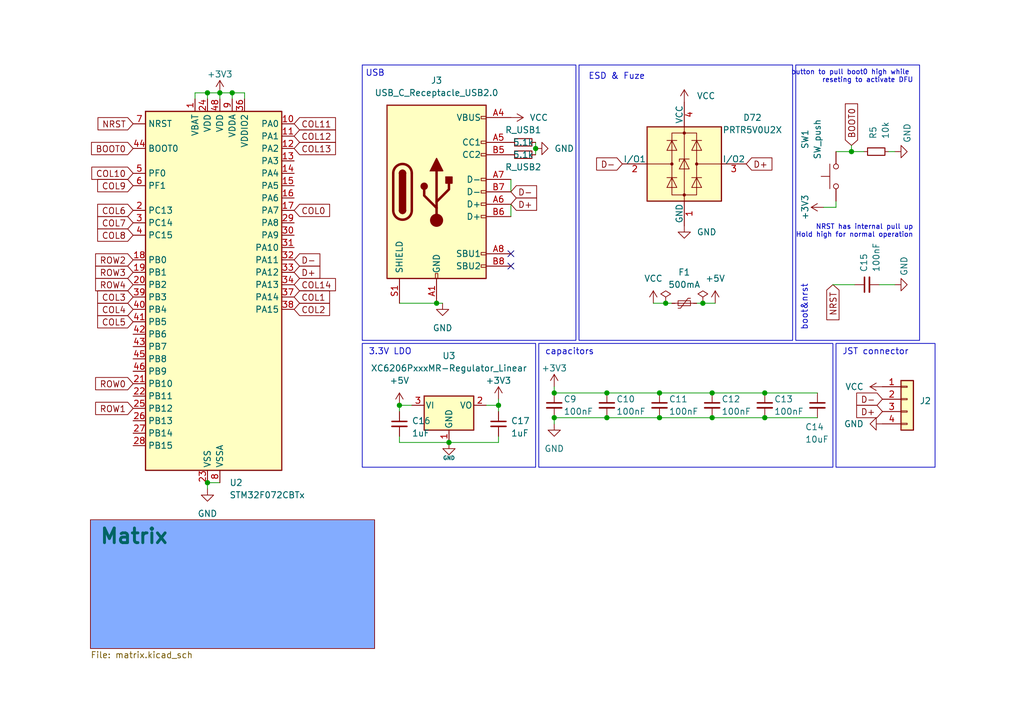
<source format=kicad_sch>
(kicad_sch (version 20230121) (generator eeschema)
  (paper "A5")
  (lib_symbols
    (symbol "ComboDiode:Polyfuse_Small" (pin_numbers hide) (pin_names (offset 0))
      (property "Reference" "F" (at -1.905 0 90))
      (property "Value" "Polyfuse_Small" (at 1.905 0 90))
      (symbol "Polyfuse_Small_0_1"
        (rectangle (start -0.508 1.27) (end 0.508 -1.27))
        (polyline (pts (xy 0 2.54) (xy 0 -2.54)))
        (polyline (pts (xy -1.016 1.27) (xy -1.016 0.762) (xy 1.016 -0.762) (xy 1.016 -1.27)))
      )
      (symbol "Polyfuse_Small_1_1"
        (pin passive line (at 0 2.54 270) (length 0.635) (name "~") (number "1"))
        (pin passive line (at 0 -2.54 90) (length 0.635) (name "~") (number "2"))
      )
    )
    (symbol "Connector:USB_C_Receptacle_USB2.0" (pin_names (offset 1.016))
      (property "Reference" "J" (at -10.16 19.05 0))
      (property "Value" "USB_C_Receptacle_USB2.0" (at 19.05 19.05 0))
      (symbol "USB_C_Receptacle_USB2.0_0_0"
        (rectangle (start -0.254 -17.78) (end 0.254 -16.764))
        (rectangle (start 10.16 -14.986) (end 9.144 -15.494))
        (rectangle (start 10.16 -12.446) (end 9.144 -12.954))
        (rectangle (start 10.16 -4.826) (end 9.144 -5.334))
        (rectangle (start 10.16 -2.286) (end 9.144 -2.794))
        (rectangle (start 10.16 0.254) (end 9.144 -0.254))
        (rectangle (start 10.16 2.794) (end 9.144 2.286))
        (rectangle (start 10.16 7.874) (end 9.144 7.366))
        (rectangle (start 10.16 10.414) (end 9.144 9.906))
        (rectangle (start 10.16 15.494) (end 9.144 14.986))
      )
      (symbol "USB_C_Receptacle_USB2.0_0_1"
        (rectangle (start -10.16 17.78) (end 10.16 -17.78) (stroke (width 0.254)) (fill (type background)))
        (arc (start -8.89 -3.81) (mid -6.985 -5.7067) (end -5.08 -3.81) (stroke (width 0.508)))
        (arc (start -7.62 -3.81) (mid -6.985 -4.4423) (end -6.35 -3.81) (stroke (width 0.254)))
        (arc (start -7.62 -3.81) (mid -6.985 -4.4423) (end -6.35 -3.81) (stroke (width 0.254)) (fill (type outline)))
        (rectangle (start -7.62 -3.81) (end -6.35 3.81) (stroke (width 0.254)) (fill (type outline)))
        (arc (start -6.35 3.81) (mid -6.985 4.4423) (end -7.62 3.81) (stroke (width 0.254)))
        (arc (start -6.35 3.81) (mid -6.985 4.4423) (end -7.62 3.81) (stroke (width 0.254)) (fill (type outline)))
        (arc (start -5.08 3.81) (mid -6.985 5.7067) (end -8.89 3.81) (stroke (width 0.508)))
        (circle (center -2.54 1.143) (radius 0.635) (stroke (width 0.254)) (fill (type outline)))
        (circle (center 0 -5.842) (radius 1.27) (fill (type outline)))
        (polyline (pts (xy -8.89 -3.81) (xy -8.89 3.81)) (stroke (width 0.508)))
        (polyline (pts (xy -5.08 3.81) (xy -5.08 -3.81)) (stroke (width 0.508)))
        (polyline (pts (xy 0 -5.842) (xy 0 4.318)) (stroke (width 0.508)))
        (polyline (pts (xy 0 -3.302) (xy -2.54 -0.762) (xy -2.54 0.508)) (stroke (width 0.508)))
        (polyline (pts (xy 0 -2.032) (xy 2.54 0.508) (xy 2.54 1.778)) (stroke (width 0.508)))
        (polyline (pts (xy -1.27 4.318) (xy 0 6.858) (xy 1.27 4.318) (xy -1.27 4.318)) (stroke (width 0.254)) (fill (type outline)))
        (rectangle (start 1.905 1.778) (end 3.175 3.048) (stroke (width 0.254)) (fill (type outline)))
      )
      (symbol "USB_C_Receptacle_USB2.0_1_1"
        (pin passive line (at 0 -22.86 90) (length 5.08) (name "GND") (number "A1"))
        (pin passive line (at 0 -22.86 90) (length 5.08) hide (name "GND") (number "A12"))
        (pin passive line (at 15.24 15.24 180) (length 5.08) (name "VBUS") (number "A4"))
        (pin bidirectional line (at 15.24 10.16 180) (length 5.08) (name "CC1") (number "A5"))
        (pin bidirectional line (at 15.24 -2.54 180) (length 5.08) (name "D+") (number "A6"))
        (pin bidirectional line (at 15.24 2.54 180) (length 5.08) (name "D-") (number "A7"))
        (pin bidirectional line (at 15.24 -12.7 180) (length 5.08) (name "SBU1") (number "A8"))
        (pin passive line (at 15.24 15.24 180) (length 5.08) hide (name "VBUS") (number "A9"))
        (pin passive line (at 0 -22.86 90) (length 5.08) hide (name "GND") (number "B1"))
        (pin passive line (at 0 -22.86 90) (length 5.08) hide (name "GND") (number "B12"))
        (pin passive line (at 15.24 15.24 180) (length 5.08) hide (name "VBUS") (number "B4"))
        (pin bidirectional line (at 15.24 7.62 180) (length 5.08) (name "CC2") (number "B5"))
        (pin bidirectional line (at 15.24 -5.08 180) (length 5.08) (name "D+") (number "B6"))
        (pin bidirectional line (at 15.24 0 180) (length 5.08) (name "D-") (number "B7"))
        (pin bidirectional line (at 15.24 -15.24 180) (length 5.08) (name "SBU2") (number "B8"))
        (pin passive line (at 15.24 15.24 180) (length 5.08) hide (name "VBUS") (number "B9"))
        (pin passive line (at -7.62 -22.86 90) (length 5.08) (name "SHIELD") (number "S1"))
      )
    )
    (symbol "Connector_Generic:Conn_01x04" (pin_names (offset 1.016) hide)
      (property "Reference" "J" (at 0 5.08 0))
      (property "Value" "Conn_01x04" (at 0 -7.62 0))
      (symbol "Conn_01x04_1_1"
        (rectangle (start -1.27 -4.953) (end 0 -5.207) (stroke (width 0.1524)))
        (rectangle (start -1.27 -2.413) (end 0 -2.667) (stroke (width 0.1524)))
        (rectangle (start -1.27 0.127) (end 0 -0.127) (stroke (width 0.1524)))
        (rectangle (start -1.27 2.667) (end 0 2.413) (stroke (width 0.1524)))
        (rectangle (start -1.27 3.81) (end 1.27 -6.35) (stroke (width 0.254)) (fill (type background)))
        (pin passive line (at -5.08 2.54 0) (length 3.81) (name "Pin_1") (number "1"))
        (pin passive line (at -5.08 0 0) (length 3.81) (name "Pin_2") (number "2"))
        (pin passive line (at -5.08 -2.54 0) (length 3.81) (name "Pin_3") (number "3"))
        (pin passive line (at -5.08 -5.08 0) (length 3.81) (name "Pin_4") (number "4"))
      )
    )
    (symbol "Device:C_Small" (pin_numbers hide) (pin_names (offset 0.254) hide)
      (property "Reference" "C" (at 0.254 1.778 0))
      (property "Value" "C_Small" (at 0.254 -2.032 0))
      (symbol "C_Small_0_1"
        (polyline (pts (xy -1.524 -0.508) (xy 1.524 -0.508)) (stroke (width 0.3302)))
        (polyline (pts (xy -1.524 0.508) (xy 1.524 0.508)) (stroke (width 0.3048)))
      )
      (symbol "C_Small_1_1"
        (pin passive line (at 0 2.54 270) (length 2.032) (name "~") (number "1"))
        (pin passive line (at 0 -2.54 90) (length 2.032) (name "~") (number "2"))
      )
    )
    (symbol "Device:R_Small" (pin_numbers hide) (pin_names (offset 0.254) hide)
      (property "Reference" "R" (at 0.762 0.508 0))
      (property "Value" "R_Small" (at 0.762 -1.016 0))
      (symbol "R_Small_0_1"
        (rectangle (start -0.762 1.778) (end 0.762 -1.778) (stroke (width 0.2032)))
      )
      (symbol "R_Small_1_1"
        (pin passive line (at 0 2.54 270) (length 0.762) (name "~") (number "1"))
        (pin passive line (at 0 -2.54 90) (length 0.762) (name "~") (number "2"))
      )
    )
    (symbol "MCU_ST_STM32F0:STM32F072CBTx"
      (property "Reference" "U" (at -12.7 39.37 0))
      (property "Value" "STM32F072CBTx" (at 10.16 39.37 0))
      (symbol "STM32F072CBTx_0_1"
        (rectangle (start -12.7 -35.56) (end 15.24 38.1) (stroke (width 0.254)) (fill (type background)))
      )
      (symbol "STM32F072CBTx_1_1"
        (pin power_in line (at -2.54 40.64 270) (length 2.54) (name "VBAT") (number "1"))
        (pin bidirectional line (at 17.78 35.56 180) (length 2.54) (name "PA0") (number "10"))
        (pin bidirectional line (at 17.78 33.02 180) (length 2.54) (name "PA1") (number "11"))
        (pin bidirectional line (at 17.78 30.48 180) (length 2.54) (name "PA2") (number "12"))
        (pin bidirectional line (at 17.78 27.94 180) (length 2.54) (name "PA3") (number "13"))
        (pin bidirectional line (at 17.78 25.4 180) (length 2.54) (name "PA4") (number "14"))
        (pin bidirectional line (at 17.78 22.86 180) (length 2.54) (name "PA5") (number "15"))
        (pin bidirectional line (at 17.78 20.32 180) (length 2.54) (name "PA6") (number "16"))
        (pin bidirectional line (at 17.78 17.78 180) (length 2.54) (name "PA7") (number "17"))
        (pin bidirectional line (at -15.24 7.62 0) (length 2.54) (name "PB0") (number "18"))
        (pin bidirectional line (at -15.24 5.08 0) (length 2.54) (name "PB1") (number "19"))
        (pin bidirectional line (at -15.24 17.78 0) (length 2.54) (name "PC13") (number "2"))
        (pin bidirectional line (at -15.24 2.54 0) (length 2.54) (name "PB2") (number "20"))
        (pin bidirectional line (at -15.24 -17.78 0) (length 2.54) (name "PB10") (number "21"))
        (pin bidirectional line (at -15.24 -20.32 0) (length 2.54) (name "PB11") (number "22"))
        (pin power_in line (at 0 -38.1 90) (length 2.54) (name "VSS") (number "23"))
        (pin power_in line (at 0 40.64 270) (length 2.54) (name "VDD") (number "24"))
        (pin bidirectional line (at -15.24 -22.86 0) (length 2.54) (name "PB12") (number "25"))
        (pin bidirectional line (at -15.24 -25.4 0) (length 2.54) (name "PB13") (number "26"))
        (pin bidirectional line (at -15.24 -27.94 0) (length 2.54) (name "PB14") (number "27"))
        (pin bidirectional line (at -15.24 -30.48 0) (length 2.54) (name "PB15") (number "28"))
        (pin bidirectional line (at 17.78 15.24 180) (length 2.54) (name "PA8") (number "29"))
        (pin bidirectional line (at -15.24 15.24 0) (length 2.54) (name "PC14") (number "3"))
        (pin bidirectional line (at 17.78 12.7 180) (length 2.54) (name "PA9") (number "30"))
        (pin bidirectional line (at 17.78 10.16 180) (length 2.54) (name "PA10") (number "31"))
        (pin bidirectional line (at 17.78 7.62 180) (length 2.54) (name "PA11") (number "32"))
        (pin bidirectional line (at 17.78 5.08 180) (length 2.54) (name "PA12") (number "33"))
        (pin bidirectional line (at 17.78 2.54 180) (length 2.54) (name "PA13") (number "34"))
        (pin passive line (at 0 -38.1 90) (length 2.54) hide (name "VSS") (number "35"))
        (pin power_in line (at 7.62 40.64 270) (length 2.54) (name "VDDIO2") (number "36"))
        (pin bidirectional line (at 17.78 0 180) (length 2.54) (name "PA14") (number "37"))
        (pin bidirectional line (at 17.78 -2.54 180) (length 2.54) (name "PA15") (number "38"))
        (pin bidirectional line (at -15.24 0 0) (length 2.54) (name "PB3") (number "39"))
        (pin bidirectional line (at -15.24 12.7 0) (length 2.54) (name "PC15") (number "4"))
        (pin bidirectional line (at -15.24 -2.54 0) (length 2.54) (name "PB4") (number "40"))
        (pin bidirectional line (at -15.24 -5.08 0) (length 2.54) (name "PB5") (number "41"))
        (pin bidirectional line (at -15.24 -7.62 0) (length 2.54) (name "PB6") (number "42"))
        (pin bidirectional line (at -15.24 -10.16 0) (length 2.54) (name "PB7") (number "43"))
        (pin input line (at -15.24 30.48 0) (length 2.54) (name "BOOT0") (number "44"))
        (pin bidirectional line (at -15.24 -12.7 0) (length 2.54) (name "PB8") (number "45"))
        (pin bidirectional line (at -15.24 -15.24 0) (length 2.54) (name "PB9") (number "46"))
        (pin passive line (at 0 -38.1 90) (length 2.54) hide (name "VSS") (number "47"))
        (pin power_in line (at 2.54 40.64 270) (length 2.54) (name "VDD") (number "48"))
        (pin bidirectional line (at -15.24 25.4 0) (length 2.54) (name "PF0") (number "5"))
        (pin bidirectional line (at -15.24 22.86 0) (length 2.54) (name "PF1") (number "6"))
        (pin input line (at -15.24 35.56 0) (length 2.54) (name "NRST") (number "7"))
        (pin power_in line (at 2.54 -38.1 90) (length 2.54) (name "VSSA") (number "8"))
        (pin power_in line (at 5.08 40.64 270) (length 2.54) (name "VDDA") (number "9"))
      )
    )
    (symbol "Power_Protection:PRTR5V0U2X" (pin_names (offset 0))
      (property "Reference" "D" (at 2.794 8.636 0))
      (property "Value" "PRTR5V0U2X" (at 8.128 -9.398 0))
      (symbol "PRTR5V0U2X_0_1"
        (rectangle (start -7.62 -7.62) (end 7.62 7.62) (stroke (width 0.254)) (fill (type background)))
        (circle (center -2.54 0) (radius 0.254) (fill (type outline)))
        (rectangle (start -2.54 6.35) (end 2.54 -6.35))
        (circle (center 0 -6.35) (radius 0.254) (fill (type outline)))
        (polyline (pts (xy -2.54 0) (xy -7.62 0)))
        (polyline (pts (xy -1.524 -2.794) (xy -3.556 -2.794)))
        (polyline (pts (xy -1.524 4.826) (xy -3.556 4.826)))
        (polyline (pts (xy 0 -7.62) (xy 0 7.62)))
        (polyline (pts (xy 1.524 -2.794) (xy 3.556 -2.794)))
        (polyline (pts (xy 1.524 4.826) (xy 3.556 4.826)))
        (polyline (pts (xy 2.54 0) (xy 7.62 0)))
        (polyline (pts (xy 1.016 1.016) (xy -1.016 1.016) (xy -1.016 0.508)))
        (polyline (pts (xy -3.556 -4.826) (xy -1.524 -4.826) (xy -2.54 -2.794) (xy -3.556 -4.826)))
        (polyline (pts (xy -3.556 2.794) (xy -1.524 2.794) (xy -2.54 4.826) (xy -3.556 2.794)))
        (polyline (pts (xy -1.016 -1.016) (xy 1.016 -1.016) (xy 0 1.016) (xy -1.016 -1.016)))
        (polyline (pts (xy 3.556 -4.826) (xy 1.524 -4.826) (xy 2.54 -2.794) (xy 3.556 -4.826)))
        (polyline (pts (xy 3.556 2.794) (xy 1.524 2.794) (xy 2.54 4.826) (xy 3.556 2.794)))
        (circle (center 0 6.35) (radius 0.254) (fill (type outline)))
        (circle (center 2.54 0) (radius 0.254) (fill (type outline)))
      )
      (symbol "PRTR5V0U2X_1_1"
        (pin passive line (at 0 -12.7 90) (length 5.08) (name "GND") (number "1"))
        (pin passive line (at -12.7 0 0) (length 5.08) (name "I/O1") (number "2"))
        (pin passive line (at 12.7 0 180) (length 5.08) (name "I/O2") (number "3"))
        (pin passive line (at 0 12.7 270) (length 5.08) (name "VCC") (number "4"))
      )
    )
    (symbol "Switch:SW_Push" (pin_numbers hide) (pin_names (offset 1.016) hide)
      (property "Reference" "SW" (at 1.27 2.54 0))
      (property "Value" "SW_Push" (at 0 -1.524 0))
      (symbol "SW_Push_0_1"
        (circle (center -2.032 0) (radius 0.508))
        (polyline (pts (xy 0 1.27) (xy 0 3.048)))
        (polyline (pts (xy 2.54 1.27) (xy -2.54 1.27)))
        (circle (center 2.032 0) (radius 0.508))
        (pin passive line (at -5.08 0 0) (length 2.54) (name "1") (number "1"))
        (pin passive line (at 5.08 0 180) (length 2.54) (name "2") (number "2"))
      )
    )
    (symbol "kicad-keyboard-parts:XC6206PxxxMR-Regulator_Linear" (pin_names (offset 0.254))
      (property "Reference" "U" (at -3.81 3.175 0))
      (property "Value" "XC6206PxxxMR-Regulator_Linear" (at 0 3.175 0))
      (property "LCSC" "C5446" (at 0 0 0))
      (symbol "XC6206PxxxMR-Regulator_Linear_0_1"
        (rectangle (start -5.08 1.905) (end 5.08 -5.08) (stroke (width 0.254)) (fill (type background)))
      )
      (symbol "XC6206PxxxMR-Regulator_Linear_1_1"
        (pin power_in line (at 0 -7.62 90) (length 2.54) (name "GND") (number "1"))
        (pin power_out line (at 7.62 0 180) (length 2.54) (name "VO") (number "2"))
        (pin power_in line (at -7.62 0 0) (length 2.54) (name "VI") (number "3"))
      )
    )
    (symbol "power:+3V3" (power) (pin_names (offset 0))
      (property "Value" "+3V3" (at 0 3.556 0))
      (symbol "+3V3_0_1"
        (polyline (pts (xy -0.762 1.27) (xy 0 2.54)))
        (polyline (pts (xy 0 0) (xy 0 2.54)))
        (polyline (pts (xy 0 2.54) (xy 0.762 1.27)))
      )
      (symbol "+3V3_1_1"
        (pin power_in line (at 0 0 90) (length 0) hide (name "+3V3") (number "1"))
      )
    )
    (symbol "power:+5V" (power) (pin_names (offset 0))
      (property "Value" "+5V" (at 0 3.556 0))
      (symbol "+5V_0_1"
        (polyline (pts (xy -0.762 1.27) (xy 0 2.54)))
        (polyline (pts (xy 0 0) (xy 0 2.54)))
        (polyline (pts (xy 0 2.54) (xy 0.762 1.27)))
      )
      (symbol "+5V_1_1"
        (pin power_in line (at 0 0 90) (length 0) hide (name "+5V") (number "1"))
      )
    )
    (symbol "power:GND" (power) (pin_names (offset 0))
      (property "Value" "GND" (at 0 -3.81 0))
      (symbol "GND_0_1"
        (polyline (pts (xy 0 0) (xy 0 -1.27) (xy 1.27 -1.27) (xy 0 -2.54) (xy -1.27 -1.27) (xy 0 -1.27)))
      )
      (symbol "GND_1_1"
        (pin power_in line (at 0 0 270) (length 0) hide (name "GND") (number "1"))
      )
    )
    (symbol "power:PWR_FLAG" (power) (pin_numbers hide) (pin_names (offset 0) hide)
      (property "Value" "PWR_FLAG" (at 0 3.81 0))
      (symbol "PWR_FLAG_0_0"
        (pin power_out line (at 0 0 90) (length 0) (name "pwr") (number "1"))
      )
      (symbol "PWR_FLAG_0_1"
        (polyline (pts (xy 0 0) (xy 0 1.27) (xy -1.016 1.905) (xy 0 2.54) (xy 1.016 1.905) (xy 0 1.27)))
      )
    )
    (symbol "power:VCC" (power) (pin_names (offset 0))
      (property "Value" "VCC" (at 0 3.81 0))
      (symbol "VCC_0_1"
        (polyline (pts (xy -0.762 1.27) (xy 0 2.54)))
        (polyline (pts (xy 0 0) (xy 0 2.54)))
        (polyline (pts (xy 0 2.54) (xy 0.762 1.27)))
      )
      (symbol "VCC_1_1"
        (pin power_in line (at 0 0 90) (length 0) hide (name "VCC") (number "1"))
      )
    )
  )
  (junction (at 144.145 62.23))
  (junction (at 136.525 62.23))
  (junction (at 89.535 62.23))
  (junction (at 92.075 90.805) (diameter 0.9144))
  (junction (at 124.46 80.645))
  (junction (at 42.545 19.05))
  (junction (at 146.05 80.645))
  (junction (at 135.255 85.725))
  (junction (at 156.845 85.725))
  (junction (at 47.625 19.05))
  (junction (at 113.665 80.645))
  (junction (at 45.085 19.05))
  (junction (at 42.545 99.06))
  (junction (at 146.05 85.725))
  (junction (at 124.46 85.725))
  (junction (at 109.855 30.48))
  (junction (at 174.625 31.115))
  (junction (at 113.665 85.725))
  (junction (at 135.255 80.645))
  (junction (at 156.845 80.645))
  (junction (at 102.235 83.185))
  (junction (at 81.915 83.185))
  (no_connect (at 104.775 52.07))
  (no_connect (at 104.775 54.61))
  (wire (pts (xy 104.775 36.83) (xy 104.775 39.37)))
  (wire (pts (xy 81.915 62.23) (xy 89.535 62.23)))
  (wire (pts (xy 42.545 19.05) (xy 42.545 20.32)))
  (wire (pts (xy 50.165 19.05) (xy 50.165 20.32)))
  (wire (pts (xy 136.525 62.23) (xy 137.795 62.23)))
  (wire (pts (xy 42.545 99.06) (xy 45.085 99.06)))
  (wire (pts (xy 47.625 19.05) (xy 50.165 19.05)))
  (wire (pts (xy 182.245 31.115) (xy 183.515 31.115)))
  (wire (pts (xy 135.255 80.645) (xy 146.05 80.645)))
  (wire (pts (xy 113.665 85.725) (xy 124.46 85.725)))
  (wire (pts (xy 133.985 62.23) (xy 136.525 62.23)))
  (wire (pts (xy 174.625 31.115) (xy 174.625 29.845)))
  (wire (pts (xy 99.695 83.185) (xy 102.235 83.185)))
  (wire (pts (xy 42.545 19.05) (xy 45.085 19.05)))
  (wire (pts (xy 171.45 42.545) (xy 168.91 42.545)))
  (wire (pts (xy 156.845 80.645) (xy 167.64 80.645)))
  (wire (pts (xy 144.145 62.23) (xy 146.685 62.23)))
  (wire (pts (xy 124.46 85.725) (xy 135.255 85.725)))
  (wire (pts (xy 142.875 62.23) (xy 144.145 62.23)))
  (wire (pts (xy 146.05 85.725) (xy 156.845 85.725)))
  (wire (pts (xy 40.005 19.05) (xy 42.545 19.05)))
  (wire (pts (xy 102.235 83.185) (xy 102.235 84.455)))
  (wire (pts (xy 92.075 90.805) (xy 102.235 90.805)))
  (wire (pts (xy 124.46 80.645) (xy 135.255 80.645)))
  (wire (pts (xy 40.005 19.05) (xy 40.005 20.32)))
  (wire (pts (xy 47.625 19.05) (xy 47.625 20.32)))
  (wire (pts (xy 81.915 83.185) (xy 81.915 84.455)))
  (wire (pts (xy 92.075 90.805) (xy 81.915 90.805)))
  (wire (pts (xy 102.235 81.915) (xy 102.235 83.185)))
  (wire (pts (xy 113.665 79.375) (xy 113.665 80.645)))
  (wire (pts (xy 89.535 62.23) (xy 90.7677 62.23)))
  (wire (pts (xy 113.665 86.995) (xy 113.665 85.725)))
  (wire (pts (xy 45.085 19.05) (xy 45.085 20.32)))
  (wire (pts (xy 81.915 89.535) (xy 81.915 90.805)))
  (wire (pts (xy 109.855 29.21) (xy 109.855 30.48)))
  (wire (pts (xy 42.545 100.33) (xy 42.545 99.06)))
  (wire (pts (xy 81.915 83.185) (xy 84.455 83.185)))
  (wire (pts (xy 170.815 58.42) (xy 175.26 58.42)))
  (wire (pts (xy 171.45 31.115) (xy 174.625 31.115)))
  (wire (pts (xy 135.255 85.725) (xy 146.05 85.725)))
  (wire (pts (xy 146.05 80.645) (xy 156.845 80.645)))
  (wire (pts (xy 156.845 85.725) (xy 167.64 85.725)))
  (wire (pts (xy 174.625 31.115) (xy 177.165 31.115)))
  (wire (pts (xy 102.235 89.535) (xy 102.235 90.805)))
  (wire (pts (xy 183.515 58.42) (xy 180.34 58.42)))
  (wire (pts (xy 113.665 80.645) (xy 124.46 80.645)))
  (wire (pts (xy 47.625 19.05) (xy 45.085 19.05)))
  (wire (pts (xy 104.775 41.91) (xy 104.775 44.45)))
  (wire (pts (xy 171.45 41.275) (xy 171.45 42.545)))
  (wire (pts (xy 109.855 30.48) (xy 109.855 31.75)))
  (rectangle (start 171.45 70.485) (end 191.77 95.885))
  (rectangle (start 118.745 13.335) (end 162.56 69.85))
  (rectangle (start 110.49 70.485) (end 170.815 95.885))
  (rectangle (start 74.295 70.485) (end 109.855 95.885))
  (rectangle (start 163.195 13.335) (end 188.595 69.85))
  (rectangle (start 74.295 13.335) (end 118.11 69.85))
  (text "capacitors" (at 111.76 73.025 0) (effects (font (size 1.27 1.27)) (justify left bottom)))
  (text "ESD & Fuze" (at 120.65 16.51 0) (effects (font (size 1.27 1.27)) (justify left bottom)))
  (text "USB" (at 74.93 15.875 0) (effects (font (size 1.27 1.27)) (justify left bottom)))
  (text "button to pull boot0 high while \nreseting to activate DFU" (at 187.325 17.145 0) (effects (font (size 1 1)) (justify right bottom)))
  (text "3.3V LDO" (at 75.565 73.025 0) (effects (font (size 1.27 1.27)) (justify left bottom)))
  (text "JST connector" (at 172.72 73.025 0) (effects (font (size 1.27 1.27)) (justify left bottom)))
  (text "boot&nrst" (at 165.735 67.945 90) (effects (font (size 1.27 1.27)) (justify left bottom)))
  (text "NRST has internal pull up\nHold high for normal operation" (at 187.325 48.895 0) (effects (font (size 1 1)) (justify right bottom)))
  (global_label "D+" (shape input) (at 153.035 33.655 0) (property "Intersheetrefs" "${INTERSHEET_REFS}" (effects hide)))
  (global_label "COL1" (shape input) (at 60.325 60.96 0) (property "Intersheetrefs" "${INTERSHEET_REFS}" (effects hide)))
  (global_label "COL8" (shape input) (at 27.305 48.26 180) (property "Intersheetrefs" "${INTERSHEET_REFS}" (effects hide)))
  (global_label "ROW0" (shape input) (at 27.305 78.74 180) (property "Intersheetrefs" "${INTERSHEET_REFS}" (effects hide)))
  (global_label "COL7" (shape input) (at 27.305 45.72 180) (property "Intersheetrefs" "${INTERSHEET_REFS}" (effects hide)))
  (global_label "ROW2" (shape input) (at 27.305 53.34 180) (property "Intersheetrefs" "${INTERSHEET_REFS}" (effects hide)))
  (global_label "ROW4" (shape input) (at 27.305 58.42 180) (property "Intersheetrefs" "${INTERSHEET_REFS}" (effects hide)))
  (global_label "COL0" (shape input) (at 60.325 43.18 0) (property "Intersheetrefs" "${INTERSHEET_REFS}" (effects hide)))
  (global_label "NRST" (shape input) (at 27.305 25.4 180) (property "Intersheetrefs" "${INTERSHEET_REFS}" (effects hide)))
  (global_label "COL12" (shape input) (at 60.325 27.94 0) (property "Intersheetrefs" "${INTERSHEET_REFS}" (effects hide)))
  (global_label "D-" (shape input) (at 60.325 53.34 0) (property "Intersheetrefs" "${INTERSHEET_REFS}" (effects hide)))
  (global_label "COL5" (shape input) (at 27.305 66.04 180) (property "Intersheetrefs" "${INTERSHEET_REFS}" (effects hide)))
  (global_label "COL11" (shape input) (at 60.325 25.4 0) (property "Intersheetrefs" "${INTERSHEET_REFS}" (effects hide)))
  (global_label "BOOT0" (shape input) (at 174.625 29.845 90) (property "Intersheetrefs" "${INTERSHEET_REFS}" (effects hide)))
  (global_label "D+" (shape input) (at 60.325 55.88 0) (property "Intersheetrefs" "${INTERSHEET_REFS}" (effects hide)))
  (global_label "D-" (shape input) (at 127.635 33.655 180) (property "Intersheetrefs" "${INTERSHEET_REFS}" (effects hide)))
  (global_label "COL3" (shape input) (at 27.305 60.96 180) (property "Intersheetrefs" "${INTERSHEET_REFS}" (effects hide)))
  (global_label "COL10" (shape input) (at 27.305 35.56 180) (property "Intersheetrefs" "${INTERSHEET_REFS}" (effects hide)))
  (global_label "COL4" (shape input) (at 27.305 63.5 180) (property "Intersheetrefs" "${INTERSHEET_REFS}" (effects hide)))
  (global_label "COL9" (shape input) (at 27.305 38.1 180) (property "Intersheetrefs" "${INTERSHEET_REFS}" (effects hide)))
  (global_label "NRST" (shape input) (at 170.815 58.42 270) (property "Intersheetrefs" "${INTERSHEET_REFS}" (effects hide)))
  (global_label "COL14" (shape input) (at 60.325 58.42 0) (property "Intersheetrefs" "${INTERSHEET_REFS}" (effects hide)))
  (global_label "D-" (shape input) (at 180.975 81.915 180) (property "Intersheetrefs" "${INTERSHEET_REFS}" (effects hide)))
  (global_label "COL13" (shape input) (at 60.325 30.48 0) (property "Intersheetrefs" "${INTERSHEET_REFS}" (effects hide)))
  (global_label "D+" (shape input) (at 180.975 84.455 180) (property "Intersheetrefs" "${INTERSHEET_REFS}" (effects hide)))
  (global_label "COL2" (shape input) (at 60.325 63.5 0) (property "Intersheetrefs" "${INTERSHEET_REFS}" (effects hide)))
  (global_label "ROW1" (shape input) (at 27.305 83.82 180) (property "Intersheetrefs" "${INTERSHEET_REFS}" (effects hide)))
  (global_label "COL6" (shape input) (at 27.305 43.18 180) (property "Intersheetrefs" "${INTERSHEET_REFS}" (effects hide)))
  (global_label "ROW3" (shape input) (at 27.305 55.88 180) (property "Intersheetrefs" "${INTERSHEET_REFS}" (effects hide)))
  (global_label "BOOT0" (shape input) (at 27.305 30.48 180) (property "Intersheetrefs" "${INTERSHEET_REFS}" (effects hide)))
  (global_label "D+" (shape input) (at 104.775 41.91 0) (property "Intersheetrefs" "${INTERSHEET_REFS}" (effects hide)))
  (global_label "D-" (shape input) (at 104.775 39.37 0) (property "Intersheetrefs" "${INTERSHEET_REFS}" (effects hide)))
  (symbol (lib_id "power:PWR_FLAG") (at 136.525 62.23 0) (unit 1)
    (property "Reference" "#FLG0102" (effects hide))
    (property "Value" "PWR_FLAG" (effects hide))
  )
  (symbol (lib_id "power:VCC") (at 133.985 62.23 0) (unit 1)
    (property "Reference" "#PWR0111" (effects hide))
    (property "Value" "VCC" (at 132.08 57.15 0) (effects (justify left)))
  )
  (symbol (lib_id "Device:C_Small") (at 146.05 83.185 0) (unit 1)
    (property "Reference" "C12" (at 147.955 81.915 0) (effects (justify left)))
    (property "Value" "100nF" (at 147.955 84.455 0) (effects (justify left)))
    (property "Footprint" "Capacitor_SMD:C_0805_2012Metric_Pad1.18x1.45mm_HandSolder" (effects hide))
  )
  (symbol (lib_id "power:+5V") (at 146.685 62.23 0) (unit 1)
    (property "Reference" "#PWR0110" (effects hide))
    (property "Value" "+5V" (at 146.685 57.15 0))
  )
  (symbol (lib_id "Device:C_Small") (at 135.255 83.185 0) (unit 1)
    (property "Reference" "C11" (at 137.16 81.915 0) (effects (justify left)))
    (property "Value" "100nF" (at 137.16 84.455 0) (effects (justify left)))
    (property "Footprint" "Capacitor_SMD:C_0805_2012Metric_Pad1.18x1.45mm_HandSolder" (effects hide))
  )
  (symbol (lib_id "Device:C_Small") (at 177.8 58.42 90) (unit 1)
    (property "Reference" "C15" (at 177.1713 55.88 0) (effects (justify left)))
    (property "Value" "100nF" (at 179.7113 55.88 0) (effects (justify left)))
    (property "Footprint" "Capacitor_SMD:C_0805_2012Metric_Pad1.18x1.45mm_HandSolder" (effects hide))
  )
  (symbol (lib_id "Device:C_Small") (at 167.64 83.185 0) (unit 1)
    (property "Reference" "C14" (at 165.1 87.63 0) (effects (justify left)))
    (property "Value" "10uF" (at 165.1 90.17 0) (effects (justify left)))
    (property "Footprint" "Capacitor_SMD:C_0805_2012Metric_Pad1.18x1.45mm_HandSolder" (effects hide))
  )
  (symbol (lib_id "Device:R_Small") (at 107.315 29.21 90) (unit 1)
    (property "Reference" "R_USB1" (at 107.315 26.67 90))
    (property "Value" "5.1k" (at 107.315 29.21 90))
    (property "Footprint" "Resistor_SMD:R_0805_2012Metric_Pad1.20x1.40mm_HandSolder" (effects hide))
  )
  (symbol (lib_id "power:PWR_FLAG") (at 144.145 62.23 0) (unit 1)
    (property "Reference" "#FLG0101" (effects hide))
    (property "Value" "PWR_FLAG" (effects hide))
  )
  (symbol (lib_id "Device:R_Small") (at 179.705 31.115 90) (unit 1)
    (property "Reference" "R5" (at 179.07 28.575 0) (effects (justify left)))
    (property "Value" "10k" (at 181.61 28.575 0) (effects (justify left)))
    (property "Footprint" "Resistor_SMD:R_0805_2012Metric_Pad1.20x1.40mm_HandSolder" (effects hide))
  )
  (symbol (lib_id "power:+3V3") (at 102.235 81.915 0) (unit 1)
    (property "Reference" "#PWR08" (effects hide))
    (property "Value" "+3V3" (at 102.235 78.105 0))
  )
  (symbol (lib_id "power:GND") (at 180.975 86.995 270) (unit 1)
    (property "Reference" "#PWR0116" (effects hide))
    (property "Value" "GND" (at 177.165 86.9949 90) (effects (justify right)))
  )
  (symbol (lib_id "power:GND") (at 90.7677 62.23 0) (unit 1)
    (property "Reference" "#PWR0126" (effects hide))
    (property "Value" "GND" (at 90.7677 67.31 0))
  )
  (symbol (lib_id "power:GND") (at 140.335 46.355 0) (unit 1)
    (property "Reference" "#PWR0108" (effects hide))
    (property "Value" "GND" (at 142.875 47.6249 0) (effects (justify left)))
  )
  (symbol (lib_id "kicad-keyboard-parts:XC6206PxxxMR-Regulator_Linear") (at 92.075 83.185 0) (unit 1)
    (property "Reference" "U3" (at 92.075 73.025 0))
    (property "Value" "XC6206PxxxMR-Regulator_Linear" (at 92.075 75.565 0))
    (property "Footprint" "Package_TO_SOT_SMD:SOT-23_Handsoldering" (effects hide))
    (property "Datasheet" "https://www.torexsemi.com/file/xc6206/XC6206.pdf" (effects hide))
    (property "LCSC" "C5446" (effects hide))
  )
  (symbol (lib_id "power:+5V") (at 81.915 83.185 0) (unit 1)
    (property "Reference" "#PWR09" (effects hide))
    (property "Value" "+5V" (at 81.915 78.105 0))
  )
  (symbol (lib_id "power:+3V3") (at 168.91 42.545 90) (mirror x) (unit 1)
    (property "Reference" "#PWR03" (effects hide))
    (property "Value" "+3V3" (at 165.1 42.545 0))
  )
  (symbol (lib_id "Device:C_Small") (at 156.845 83.185 0) (unit 1)
    (property "Reference" "C13" (at 158.75 81.915 0) (effects (justify left)))
    (property "Value" "100nF" (at 158.75 84.455 0) (effects (justify left)))
    (property "Footprint" "Capacitor_SMD:C_0805_2012Metric_Pad1.18x1.45mm_HandSolder" (effects hide))
  )
  (symbol (lib_id "power:+3V3") (at 45.085 19.05 0) (unit 1)
    (property "Reference" "#PWR01" (effects hide))
    (property "Value" "+3V3" (at 45.085 15.24 0))
  )
  (symbol (lib_id "Device:C_Small") (at 81.915 86.995 0) (unit 1)
    (property "Reference" "C16" (at 84.455 86.3663 0) (effects (justify left)))
    (property "Value" "1uF" (at 84.455 88.9063 0) (effects (justify left)))
    (property "Footprint" "Capacitor_SMD:C_0805_2012Metric_Pad1.18x1.45mm_HandSolder" (effects hide))
  )
  (symbol (lib_id "Device:C_Small") (at 113.665 83.185 0) (unit 1)
    (property "Reference" "C9" (at 115.57 81.915 0) (effects (justify left)))
    (property "Value" "100nF" (at 115.57 84.455 0) (effects (justify left)))
    (property "Footprint" "Capacitor_SMD:C_0805_2012Metric_Pad1.18x1.45mm_HandSolder" (effects hide))
  )
  (symbol (lib_id "Device:C_Small") (at 124.46 83.185 0) (unit 1)
    (property "Reference" "C10" (at 126.365 81.915 0) (effects (justify left)))
    (property "Value" "100nF" (at 126.365 84.455 0) (effects (justify left)))
    (property "Footprint" "Capacitor_SMD:C_0805_2012Metric_Pad1.18x1.45mm_HandSolder" (effects hide))
  )
  (symbol (lib_id "Device:R_Small") (at 107.315 31.75 90) (unit 1)
    (property "Reference" "R_USB2" (at 107.315 34.29 90))
    (property "Value" "5.1k" (at 107.315 31.75 90))
    (property "Footprint" "Resistor_SMD:R_0805_2012Metric_Pad1.20x1.40mm_HandSolder" (effects hide))
  )
  (symbol (lib_id "power:VCC") (at 104.775 24.13 270) (unit 1)
    (property "Reference" "#PWR0122" (effects hide))
    (property "Value" "VCC" (at 108.585 24.1299 90) (effects (justify left)))
  )
  (symbol (lib_id "power:VCC") (at 180.975 79.375 90) (unit 1)
    (property "Reference" "#PWR0117" (effects hide))
    (property "Value" "VCC" (at 177.165 79.3749 90) (effects (justify left)))
  )
  (symbol (lib_id "power:VCC") (at 140.335 20.955 0) (unit 1)
    (property "Reference" "#PWR0109" (effects hide))
    (property "Value" "VCC" (at 142.875 19.6849 0) (effects (justify left)))
  )
  (symbol (lib_id "power:+3V3") (at 113.665 79.375 0) (unit 1)
    (property "Reference" "#PWR04" (effects hide))
    (property "Value" "+3V3" (at 113.665 75.565 0))
  )
  (symbol (lib_id "ComboDiode:Polyfuse_Small") (at 140.335 62.23 90) (unit 1)
    (property "Reference" "F1" (at 140.335 55.88 90))
    (property "Value" "500mA" (at 140.335 58.42 90))
    (property "Footprint" "Fuse:Fuse_1206_3216Metric_Pad1.42x1.75mm_HandSolder" (effects hide))
  )
  (symbol (lib_id "power:GND") (at 113.665 86.995 0) (unit 1)
    (property "Reference" "#PWR05" (effects hide))
    (property "Value" "GND" (at 113.665 92.075 0))
  )
  (symbol (lib_id "Device:C_Small") (at 102.235 86.995 0) (unit 1)
    (property "Reference" "C17" (at 104.775 86.3663 0) (effects (justify left)))
    (property "Value" "1uF" (at 104.775 88.9063 0) (effects (justify left)))
    (property "Footprint" "Capacitor_SMD:C_0805_2012Metric_Pad1.18x1.45mm_HandSolder" (effects hide))
  )
  (symbol (lib_id "power:GND") (at 109.855 30.48 90) (unit 1)
    (property "Reference" "#PWR0123" (effects hide))
    (property "Value" "GND" (at 113.665 30.4799 90) (effects (justify right)))
  )
  (symbol (lib_id "power:GND") (at 42.545 100.33 0) (unit 1)
    (property "Reference" "#PWR02" (effects hide))
    (property "Value" "GND" (at 42.545 105.41 0))
  )
  (symbol (lib_id "power:GND") (at 183.515 58.42 90) (mirror x) (unit 1)
    (property "Reference" "#PWR06" (effects hide))
    (property "Value" "GND" (at 185.42 54.61 0))
  )
  (symbol (lib_id "MCU_ST_STM32F0:STM32F072CBTx") (at 42.545 60.96 0) (unit 1)
    (property "Reference" "U2" (at 47.0409 99.06 0) (effects (justify left)))
    (property "Value" "STM32F072CBTx" (at 47.0409 101.6 0) (effects (justify left)))
    (property "Footprint" "Package_QFP:LQFP-48_7x7mm_P0.5mm" (effects hide))
    (property "Datasheet" "https://www.st.com/resource/en/datasheet/stm32f072cb.pdf" (effects hide))
  )
  (symbol (lib_id "power:GND") (at 92.075 90.805 0) (unit 1)
    (property "Reference" "#PWR010" (effects hide))
    (property "Value" "GND" (at 92.075 93.98 0) (effects (font (size 0.762 0.762))))
  )
  (symbol (lib_id "Connector:USB_C_Receptacle_USB2.0") (at 89.535 39.37 0) (unit 1)
    (property "Reference" "J3" (at 89.535 16.51 0))
    (property "Value" "USB_C_Receptacle_USB2.0" (at 89.535 19.05 0))
    (property "Footprint" "Connector_USB:USB_C_Receptacle_HRO_TYPE-C-31-M-12" (effects hide))
    (property "Datasheet" "https://www.usb.org/sites/default/files/documents/usb_type-c.zip" (effects hide))
  )
  (symbol (lib_id "Power_Protection:PRTR5V0U2X") (at 140.335 33.655 0) (unit 1)
    (property "Reference" "D72" (at 154.305 24.13 0))
    (property "Value" "PRTR5V0U2X" (at 154.305 26.67 0))
    (property "Footprint" "Package_TO_SOT_SMD:SOT-143_Handsoldering" (effects hide))
    (property "Datasheet" "https://assets.nexperia.com/documents/data-sheet/PRTR5V0U2X.pdf" (effects hide))
  )
  (symbol (lib_id "Connector_Generic:Conn_01x04") (at 186.055 81.915 0) (unit 1)
    (property "Reference" "J2" (at 188.595 82.2705 0) (effects (justify left)))
    (property "Value" "Conn_01x04_MountingPin" (effects hide))
    (property "Footprint" "random-keyboard-parts:JST-SR-4" (effects hide))
  )
  (symbol (lib_id "Switch:SW_Push") (at 171.45 36.195 90) (unit 1)
    (property "Reference" "SW1" (at 165.1 28.575 0))
    (property "Value" "SW_push" (at 167.64 28.575 0))
    (property "Footprint" "PCM_marbastlib-various:SW_SPST_SKQG_WithStem" (effects hide))
  )
  (symbol (lib_id "power:GND") (at 183.515 31.115 90) (unit 1)
    (property "Reference" "#PWR07" (effects hide))
    (property "Value" "GND" (at 186.055 27.305 0))
  )
  (sheet (at 18.542 106.68) (size 58.293 26.416) (stroke (width 0.1524)) (fill (color 131 172 255 1.0000))
    (property "Sheetname" "Matrix" (at 20.32 111.76 0) (effects (font (size 3 3) bold) (justify left bottom)))
    (property "Sheetfile" "matrix.kicad_sch" (at 18.542 133.6806 0) (effects (justify left top)))
  )
)
</source>
